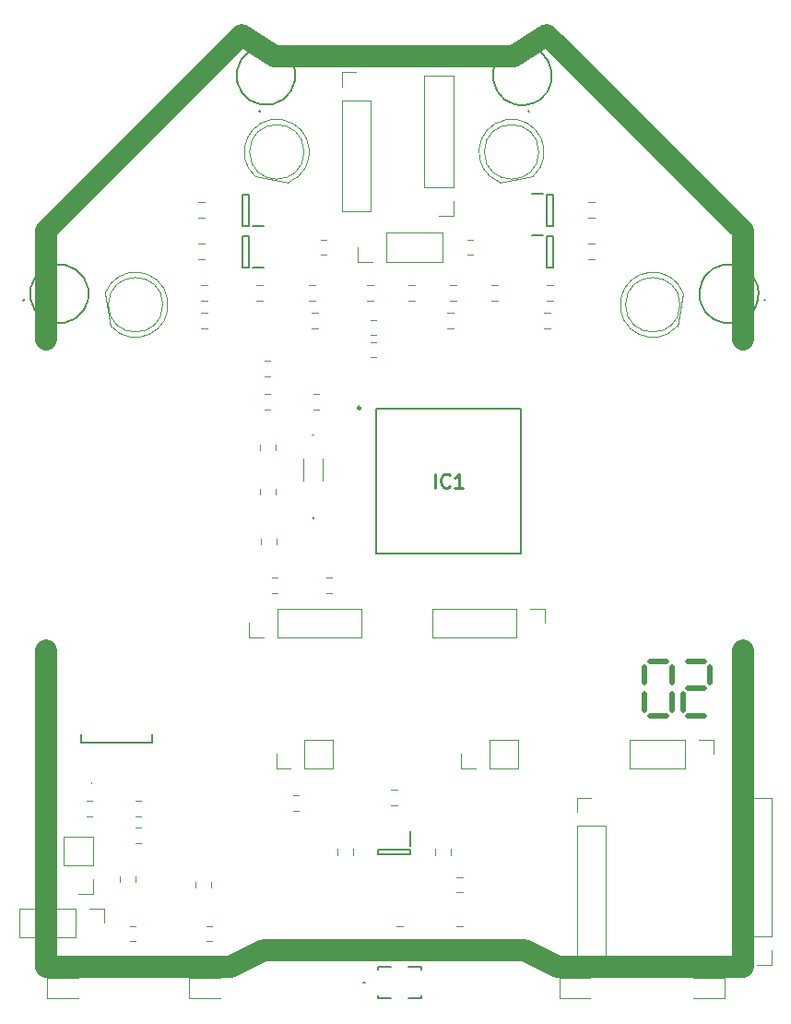
<source format=gbr>
%TF.GenerationSoftware,KiCad,Pcbnew,(5.1.6)-1*%
%TF.CreationDate,2022-04-30T17:28:47+09:00*%
%TF.ProjectId,RX621,52583632-312e-46b6-9963-61645f706362,rev?*%
%TF.SameCoordinates,Original*%
%TF.FileFunction,Legend,Top*%
%TF.FilePolarity,Positive*%
%FSLAX46Y46*%
G04 Gerber Fmt 4.6, Leading zero omitted, Abs format (unit mm)*
G04 Created by KiCad (PCBNEW (5.1.6)-1) date 2022-04-30 17:28:47*
%MOMM*%
%LPD*%
G01*
G04 APERTURE LIST*
%ADD10C,2.000000*%
%ADD11C,0.500000*%
%ADD12C,0.120000*%
%ADD13C,0.250000*%
%ADD14C,0.200000*%
%ADD15C,0.100000*%
%ADD16C,0.254000*%
G04 APERTURE END LIST*
D10*
X195000000Y-127500000D02*
X195000000Y-125500000D01*
X259000000Y-154500000D02*
X259000000Y-125500000D01*
X195000000Y-154500000D02*
X195000000Y-127500000D01*
X242000000Y-154500000D02*
X259000000Y-154500000D01*
X239000000Y-153000000D02*
X242000000Y-154500000D01*
X215000000Y-153000000D02*
X239000000Y-153000000D01*
X212000000Y-154500000D02*
X215000000Y-153000000D01*
X195000000Y-154500000D02*
X212000000Y-154500000D01*
D11*
X254000000Y-131500000D02*
X255500000Y-131500000D01*
X253500000Y-129500000D02*
X253500000Y-131000000D01*
X254000000Y-129000000D02*
X255500000Y-129000000D01*
X256000000Y-127000000D02*
X256000000Y-128500000D01*
X254000000Y-126500000D02*
X255500000Y-126500000D01*
X250500000Y-131500000D02*
X252000000Y-131500000D01*
X252500000Y-129500000D02*
X252500000Y-131000000D01*
X250000000Y-129500000D02*
X250000000Y-131000000D01*
X250500000Y-126500000D02*
X252000000Y-126500000D01*
X252500000Y-128500000D02*
X252500000Y-127000000D01*
X250000000Y-127000000D02*
X250000000Y-128500000D01*
D10*
X241000000Y-69000000D02*
X238000000Y-71000000D01*
X259000000Y-87000000D02*
X241000000Y-69000000D01*
X259000000Y-87000000D02*
X259000000Y-97000000D01*
X216000000Y-71000000D02*
X238000000Y-71000000D01*
X213000000Y-69000000D02*
X216000000Y-71000000D01*
X195000000Y-87000000D02*
X213000000Y-69000000D01*
X195000000Y-97000000D02*
X195000000Y-87000000D01*
D12*
%TO.C,R10*%
X233261252Y-147710000D02*
X232738748Y-147710000D01*
X233261252Y-146290000D02*
X232738748Y-146290000D01*
%TO.C,BAT1*%
X199330000Y-147830000D02*
X198000000Y-147830000D01*
X199330000Y-146500000D02*
X199330000Y-147830000D01*
X199330000Y-145230000D02*
X196670000Y-145230000D01*
X196670000Y-145230000D02*
X196670000Y-142630000D01*
X199330000Y-145230000D02*
X199330000Y-142630000D01*
X199330000Y-142630000D02*
X196670000Y-142630000D01*
%TO.C,C1*%
X217738748Y-140210000D02*
X218261252Y-140210000D01*
X217738748Y-138790000D02*
X218261252Y-138790000D01*
%TO.C,C2*%
X210210000Y-146738748D02*
X210210000Y-147261252D01*
X208790000Y-146738748D02*
X208790000Y-147261252D01*
%TO.C,C3*%
X232210000Y-144261252D02*
X232210000Y-143738748D01*
X230790000Y-144261252D02*
X230790000Y-143738748D01*
%TO.C,C4*%
X227261252Y-138290000D02*
X226738748Y-138290000D01*
X227261252Y-139710000D02*
X226738748Y-139710000D01*
%TO.C,C5*%
X221790000Y-144261252D02*
X221790000Y-143738748D01*
X223210000Y-144261252D02*
X223210000Y-143738748D01*
%TO.C,C6*%
X220738748Y-120210000D02*
X221261252Y-120210000D01*
X220738748Y-118790000D02*
X221261252Y-118790000D01*
%TO.C,C7*%
X201790000Y-146761252D02*
X201790000Y-146238748D01*
X203210000Y-146761252D02*
X203210000Y-146238748D01*
%TO.C,C8*%
X216261252Y-120210000D02*
X215738748Y-120210000D01*
X216261252Y-118790000D02*
X215738748Y-118790000D01*
%TO.C,C9*%
X216078000Y-106620748D02*
X216078000Y-107143252D01*
X214658000Y-106620748D02*
X214658000Y-107143252D01*
%TO.C,C10*%
X216078000Y-111207252D02*
X216078000Y-110684748D01*
X214658000Y-111207252D02*
X214658000Y-110684748D01*
%TO.C,C11*%
X199261252Y-140710000D02*
X198738748Y-140710000D01*
X199261252Y-139290000D02*
X198738748Y-139290000D01*
%TO.C,C12*%
X203238748Y-140710000D02*
X203761252Y-140710000D01*
X203238748Y-139290000D02*
X203761252Y-139290000D01*
%TO.C,C13*%
X203238748Y-141790000D02*
X203761252Y-141790000D01*
X203238748Y-143210000D02*
X203761252Y-143210000D01*
%TO.C,C14*%
X224798748Y-98599000D02*
X225321252Y-98599000D01*
X224798748Y-97179000D02*
X225321252Y-97179000D01*
%TO.C,C15*%
X214368748Y-92000000D02*
X214891252Y-92000000D01*
X214368748Y-93420000D02*
X214891252Y-93420000D01*
%TO.C,C16*%
X224528748Y-93420000D02*
X225051252Y-93420000D01*
X224528748Y-92000000D02*
X225051252Y-92000000D01*
%TO.C,C17*%
X228338748Y-92000000D02*
X228861252Y-92000000D01*
X228338748Y-93420000D02*
X228861252Y-93420000D01*
%TO.C,C18*%
X235958748Y-93420000D02*
X236481252Y-93420000D01*
X235958748Y-92000000D02*
X236481252Y-92000000D01*
%TO.C,CN1*%
X231410000Y-89830000D02*
X231410000Y-87170000D01*
X226270000Y-89830000D02*
X231410000Y-89830000D01*
X226270000Y-87170000D02*
X231410000Y-87170000D01*
X226270000Y-89830000D02*
X226270000Y-87170000D01*
X225000000Y-89830000D02*
X223670000Y-89830000D01*
X223670000Y-89830000D02*
X223670000Y-88500000D01*
%TO.C,ENC_L1*%
X213670000Y-124330000D02*
X213670000Y-123000000D01*
X215000000Y-124330000D02*
X213670000Y-124330000D01*
X216270000Y-124330000D02*
X216270000Y-121670000D01*
X216270000Y-121670000D02*
X223950000Y-121670000D01*
X216270000Y-124330000D02*
X223950000Y-124330000D01*
X223950000Y-124330000D02*
X223950000Y-121670000D01*
%TO.C,ENC_R1*%
X230550000Y-121670000D02*
X230550000Y-124330000D01*
X238230000Y-121670000D02*
X230550000Y-121670000D01*
X238230000Y-124330000D02*
X230550000Y-124330000D01*
X238230000Y-121670000D02*
X238230000Y-124330000D01*
X239500000Y-121670000D02*
X240830000Y-121670000D01*
X240830000Y-121670000D02*
X240830000Y-123000000D01*
%TO.C,G1*%
X222170000Y-72420000D02*
X223500000Y-72420000D01*
X222170000Y-73750000D02*
X222170000Y-72420000D01*
X222170000Y-75020000D02*
X224830000Y-75020000D01*
X224830000Y-75020000D02*
X224830000Y-85240000D01*
X222170000Y-75020000D02*
X222170000Y-85240000D01*
X222170000Y-85240000D02*
X224830000Y-85240000D01*
%TO.C,G2*%
X232430000Y-72760000D02*
X229770000Y-72760000D01*
X232430000Y-82980000D02*
X232430000Y-72760000D01*
X229770000Y-82980000D02*
X229770000Y-72760000D01*
X232430000Y-82980000D02*
X229770000Y-82980000D01*
X232430000Y-84250000D02*
X232430000Y-85580000D01*
X232430000Y-85580000D02*
X231100000Y-85580000D01*
D13*
%TO.C,IC1*%
X223900000Y-103250000D02*
G75*
G03*
X223900000Y-103250000I-125000J0D01*
G01*
D14*
X225350000Y-116650000D02*
X225350000Y-103350000D01*
X238650000Y-116650000D02*
X225350000Y-116650000D01*
X238650000Y-103350000D02*
X238650000Y-116650000D01*
X225350000Y-103350000D02*
X238650000Y-103350000D01*
D15*
%TO.C,IC2*%
X199200000Y-137600000D02*
X199200000Y-137600000D01*
X199200000Y-137700000D02*
X199200000Y-137700000D01*
D14*
X204770000Y-133985000D02*
X204770000Y-133200000D01*
X198230000Y-133985000D02*
X204770000Y-133985000D01*
X198230000Y-133200000D02*
X198230000Y-133985000D01*
D15*
X199200000Y-137600000D02*
G75*
G02*
X199200000Y-137700000I0J-50000D01*
G01*
X199200000Y-137700000D02*
G75*
G02*
X199200000Y-137600000I0J50000D01*
G01*
D14*
%TO.C,IC3*%
X228500000Y-142125000D02*
X228500000Y-143475000D01*
X225550000Y-143825000D02*
X228450000Y-143825000D01*
X225550000Y-144175000D02*
X225550000Y-143825000D01*
X228450000Y-144175000D02*
X225550000Y-144175000D01*
X228450000Y-143825000D02*
X228450000Y-144175000D01*
D12*
%TO.C,IR1*%
X205750706Y-93779467D02*
G75*
G03*
X205750706Y-93779467I-2500000J0D01*
G01*
X200461312Y-92702478D02*
X200997884Y-95745534D01*
X206195201Y-93259804D02*
G75*
G02*
X200997855Y-95745367I-2944495J-519663D01*
G01*
X206195361Y-93260713D02*
G75*
G03*
X200461341Y-92702646I-2944655J-518754D01*
G01*
%TO.C,IR2*%
X214254466Y-82002116D02*
X217297522Y-82538688D01*
X218720533Y-79749294D02*
G75*
G03*
X218720533Y-79749294I-2500000J0D01*
G01*
X216740196Y-76804799D02*
G75*
G03*
X214254633Y-82002145I-519663J-2944495D01*
G01*
X216739287Y-76804639D02*
G75*
G02*
X217297354Y-82538659I-518754J-2944655D01*
G01*
%TO.C,IR3*%
X240279467Y-79749294D02*
G75*
G03*
X240279467Y-79749294I-2500000J0D01*
G01*
X236702478Y-82538688D02*
X239745534Y-82002116D01*
X237259804Y-76804799D02*
G75*
G02*
X239745367Y-82002145I519663J-2944495D01*
G01*
X237260713Y-76804639D02*
G75*
G03*
X236702646Y-82538659I518754J-2944655D01*
G01*
%TO.C,IR4*%
X253002116Y-95745534D02*
X253538688Y-92702478D01*
X253249294Y-93779467D02*
G75*
G03*
X253249294Y-93779467I-2500000J0D01*
G01*
X247804799Y-93259804D02*
G75*
G03*
X253002145Y-95745367I2944495J-519663D01*
G01*
X247804639Y-93260713D02*
G75*
G02*
X253538659Y-92702646I2944655J-518754D01*
G01*
%TO.C,L1*%
X195140000Y-157460000D02*
X198000000Y-157460000D01*
X195140000Y-155540000D02*
X195140000Y-157460000D01*
X198000000Y-155540000D02*
X195140000Y-155540000D01*
%TO.C,L2*%
X211000000Y-155540000D02*
X208140000Y-155540000D01*
X208140000Y-155540000D02*
X208140000Y-157460000D01*
X208140000Y-157460000D02*
X211000000Y-157460000D01*
%TO.C,L3*%
X242165000Y-157460000D02*
X245025000Y-157460000D01*
X242165000Y-155540000D02*
X242165000Y-157460000D01*
X245025000Y-155540000D02*
X242165000Y-155540000D01*
%TO.C,L4*%
X254500000Y-157460000D02*
X257360000Y-157460000D01*
X257360000Y-157460000D02*
X257360000Y-155540000D01*
X257360000Y-155540000D02*
X254500000Y-155540000D01*
%TO.C,M_L1*%
X238370000Y-136330000D02*
X238370000Y-133670000D01*
X235770000Y-136330000D02*
X238370000Y-136330000D01*
X235770000Y-133670000D02*
X238370000Y-133670000D01*
X235770000Y-136330000D02*
X235770000Y-133670000D01*
X234500000Y-136330000D02*
X233170000Y-136330000D01*
X233170000Y-136330000D02*
X233170000Y-135000000D01*
%TO.C,M_R1*%
X216170000Y-136330000D02*
X216170000Y-135000000D01*
X217500000Y-136330000D02*
X216170000Y-136330000D01*
X218770000Y-136330000D02*
X218770000Y-133670000D01*
X218770000Y-133670000D02*
X221370000Y-133670000D01*
X218770000Y-136330000D02*
X221370000Y-136330000D01*
X221370000Y-136330000D02*
X221370000Y-133670000D01*
%TO.C,MD1*%
X243764000Y-139004000D02*
X245094000Y-139004000D01*
X243764000Y-140334000D02*
X243764000Y-139004000D01*
X243764000Y-141604000D02*
X246424000Y-141604000D01*
X246424000Y-141604000D02*
X246424000Y-154364000D01*
X243764000Y-141604000D02*
X243764000Y-154364000D01*
X243764000Y-154364000D02*
X246424000Y-154364000D01*
%TO.C,MD2*%
X261664000Y-139004000D02*
X259004000Y-139004000D01*
X261664000Y-151764000D02*
X261664000Y-139004000D01*
X259004000Y-151764000D02*
X259004000Y-139004000D01*
X261664000Y-151764000D02*
X259004000Y-151764000D01*
X261664000Y-153034000D02*
X261664000Y-154364000D01*
X261664000Y-154364000D02*
X260334000Y-154364000D01*
%TO.C,R1*%
X220238748Y-87790000D02*
X220761252Y-87790000D01*
X220238748Y-89210000D02*
X220761252Y-89210000D01*
%TO.C,R2*%
X234261252Y-89210000D02*
X233738748Y-89210000D01*
X234261252Y-87790000D02*
X233738748Y-87790000D01*
%TO.C,R3*%
X216210000Y-115761252D02*
X216210000Y-115238748D01*
X214790000Y-115761252D02*
X214790000Y-115238748D01*
%TO.C,R4*%
X220074252Y-101981000D02*
X219551748Y-101981000D01*
X220074252Y-103401000D02*
X219551748Y-103401000D01*
%TO.C,R5*%
X215629252Y-101981000D02*
X215106748Y-101981000D01*
X215629252Y-103401000D02*
X215106748Y-103401000D01*
%TO.C,R6*%
X227238748Y-150790000D02*
X227761252Y-150790000D01*
X227238748Y-152210000D02*
X227761252Y-152210000D01*
%TO.C,R7*%
X202738748Y-152210000D02*
X203261252Y-152210000D01*
X202738748Y-150790000D02*
X203261252Y-150790000D01*
%TO.C,R8*%
X209738748Y-150790000D02*
X210261252Y-150790000D01*
X209738748Y-152210000D02*
X210261252Y-152210000D01*
%TO.C,R9*%
X232738748Y-152210000D02*
X233261252Y-152210000D01*
X232738748Y-150790000D02*
X233261252Y-150790000D01*
%TO.C,R11*%
X209043748Y-89610000D02*
X209566252Y-89610000D01*
X209043748Y-88190000D02*
X209566252Y-88190000D01*
%TO.C,R12*%
X209043748Y-84380000D02*
X209566252Y-84380000D01*
X209043748Y-85800000D02*
X209566252Y-85800000D01*
%TO.C,R13*%
X245371252Y-85800000D02*
X244848748Y-85800000D01*
X245371252Y-84380000D02*
X244848748Y-84380000D01*
%TO.C,R14*%
X245371252Y-88190000D02*
X244848748Y-88190000D01*
X245371252Y-89610000D02*
X244848748Y-89610000D01*
%TO.C,R15*%
X209288748Y-92000000D02*
X209811252Y-92000000D01*
X209288748Y-93420000D02*
X209811252Y-93420000D01*
%TO.C,R16*%
X209288748Y-95960000D02*
X209811252Y-95960000D01*
X209288748Y-94540000D02*
X209811252Y-94540000D01*
%TO.C,R17*%
X219203748Y-92000000D02*
X219726252Y-92000000D01*
X219203748Y-93420000D02*
X219726252Y-93420000D01*
%TO.C,R18*%
X219448748Y-95960000D02*
X219971252Y-95960000D01*
X219448748Y-94540000D02*
X219971252Y-94540000D01*
%TO.C,R19*%
X232148748Y-92000000D02*
X232671252Y-92000000D01*
X232148748Y-93420000D02*
X232671252Y-93420000D01*
%TO.C,R20*%
X231903748Y-95960000D02*
X232426252Y-95960000D01*
X231903748Y-94540000D02*
X232426252Y-94540000D01*
%TO.C,R21*%
X241038748Y-93420000D02*
X241561252Y-93420000D01*
X241038748Y-92000000D02*
X241561252Y-92000000D01*
%TO.C,R22*%
X240793748Y-94540000D02*
X241316252Y-94540000D01*
X240793748Y-95960000D02*
X241316252Y-95960000D01*
%TO.C,R23*%
X215106748Y-98933000D02*
X215629252Y-98933000D01*
X215106748Y-100353000D02*
X215629252Y-100353000D01*
%TO.C,R24*%
X224798748Y-96567000D02*
X225321252Y-96567000D01*
X224798748Y-95147000D02*
X225321252Y-95147000D01*
D14*
%TO.C,S1*%
X192931904Y-93364661D02*
X192931904Y-93364661D01*
X193030384Y-93347296D02*
X193030384Y-93347296D01*
X192931904Y-93364661D02*
X192931904Y-93364661D01*
X198909687Y-92310617D02*
X198909687Y-92310617D01*
X193591725Y-93248317D02*
X193591725Y-93248317D01*
X198909687Y-92310617D02*
G75*
G02*
X193591725Y-93248317I-2658981J-468850D01*
G01*
X193591725Y-93248317D02*
G75*
G02*
X198909687Y-92310617I2658981J468850D01*
G01*
X193030384Y-93347297D02*
G75*
G02*
X192931904Y-93364661I-49240J-8682D01*
G01*
X192931904Y-93364662D02*
G75*
G02*
X193030384Y-93347296I49240J8683D01*
G01*
X193030384Y-93347297D02*
G75*
G02*
X192931904Y-93364661I-49240J-8682D01*
G01*
%TO.C,S2*%
X214751683Y-75408275D02*
X214751683Y-75408275D01*
X215689383Y-70090313D02*
X215689383Y-70090313D01*
X214635339Y-76068096D02*
X214635339Y-76068096D01*
X214652704Y-75969616D02*
X214652704Y-75969616D01*
X214635339Y-76068096D02*
X214635339Y-76068096D01*
X214652703Y-75969616D02*
G75*
G02*
X214635339Y-76068096I-8682J-49240D01*
G01*
X214635338Y-76068096D02*
G75*
G02*
X214652704Y-75969616I8683J49240D01*
G01*
X214652703Y-75969616D02*
G75*
G02*
X214635339Y-76068096I-8682J-49240D01*
G01*
X214751683Y-75408275D02*
G75*
G02*
X215689383Y-70090313I468850J2658981D01*
G01*
X215689383Y-70090313D02*
G75*
G02*
X214751683Y-75408275I-468850J-2658981D01*
G01*
%TO.C,S3*%
X239364661Y-76068096D02*
X239364661Y-76068096D01*
X239347296Y-75969616D02*
X239347296Y-75969616D01*
X239364661Y-76068096D02*
X239364661Y-76068096D01*
X238310617Y-70090313D02*
X238310617Y-70090313D01*
X239248317Y-75408275D02*
X239248317Y-75408275D01*
X238310617Y-70090313D02*
G75*
G02*
X239248317Y-75408275I468850J-2658981D01*
G01*
X239248317Y-75408275D02*
G75*
G02*
X238310617Y-70090313I-468850J2658981D01*
G01*
X239347297Y-75969616D02*
G75*
G02*
X239364661Y-76068096I8682J-49240D01*
G01*
X239364662Y-76068096D02*
G75*
G02*
X239347296Y-75969616I-8683J49240D01*
G01*
X239347297Y-75969616D02*
G75*
G02*
X239364661Y-76068096I8682J-49240D01*
G01*
%TO.C,S4*%
X260408275Y-93248317D02*
X260408275Y-93248317D01*
X255090313Y-92310617D02*
X255090313Y-92310617D01*
X261068096Y-93364661D02*
X261068096Y-93364661D01*
X260969616Y-93347296D02*
X260969616Y-93347296D01*
X261068096Y-93364661D02*
X261068096Y-93364661D01*
X260969616Y-93347297D02*
G75*
G02*
X261068096Y-93364661I49240J-8682D01*
G01*
X261068096Y-93364662D02*
G75*
G02*
X260969616Y-93347296I-49240J8683D01*
G01*
X260969616Y-93347297D02*
G75*
G02*
X261068096Y-93364661I49240J-8682D01*
G01*
X260408275Y-93248317D02*
G75*
G02*
X255090313Y-92310617I-2658981J468850D01*
G01*
X255090313Y-92310617D02*
G75*
G02*
X260408275Y-93248317I2658981J-468850D01*
G01*
D12*
%TO.C,SW1*%
X256330000Y-133670000D02*
X256330000Y-135000000D01*
X255000000Y-133670000D02*
X256330000Y-133670000D01*
X253730000Y-133670000D02*
X253730000Y-136330000D01*
X253730000Y-136330000D02*
X248590000Y-136330000D01*
X253730000Y-133670000D02*
X248590000Y-133670000D01*
X248590000Y-133670000D02*
X248590000Y-136330000D01*
D14*
%TO.C,SW3*%
X224200000Y-156000000D02*
X224200000Y-156000000D01*
X224300000Y-156000000D02*
X224300000Y-156000000D01*
X224200000Y-156000000D02*
X224200000Y-156000000D01*
X225550000Y-157450000D02*
X226700000Y-157450000D01*
X225550000Y-157200000D02*
X225550000Y-157450000D01*
X229450000Y-157450000D02*
X228300000Y-157450000D01*
X229450000Y-157200000D02*
X229450000Y-157450000D01*
X229450000Y-154550000D02*
X229450000Y-154800000D01*
X228300000Y-154550000D02*
X229450000Y-154550000D01*
X225550000Y-154550000D02*
X226700000Y-154550000D01*
X225550000Y-154800000D02*
X225550000Y-154550000D01*
X224300000Y-156000000D02*
G75*
G02*
X224200000Y-156000000I-50000J0D01*
G01*
X224200000Y-156000000D02*
G75*
G02*
X224300000Y-156000000I50000J0D01*
G01*
X224300000Y-156000000D02*
G75*
G02*
X224200000Y-156000000I-50000J0D01*
G01*
D12*
%TO.C,SW4*%
X200330000Y-149170000D02*
X200330000Y-150500000D01*
X199000000Y-149170000D02*
X200330000Y-149170000D01*
X197730000Y-149170000D02*
X197730000Y-151830000D01*
X197730000Y-151830000D02*
X192590000Y-151830000D01*
X197730000Y-149170000D02*
X192590000Y-149170000D01*
X192590000Y-149170000D02*
X192590000Y-151830000D01*
D14*
%TO.C,TR1*%
X215010000Y-90400000D02*
X214010000Y-90400000D01*
X213660000Y-87450000D02*
X213660000Y-90350000D01*
X213060000Y-87450000D02*
X213660000Y-87450000D01*
X213060000Y-90350000D02*
X213060000Y-87450000D01*
X213660000Y-90350000D02*
X213060000Y-90350000D01*
%TO.C,TR2*%
X213660000Y-86540000D02*
X213060000Y-86540000D01*
X213060000Y-86540000D02*
X213060000Y-83640000D01*
X213060000Y-83640000D02*
X213660000Y-83640000D01*
X213660000Y-83640000D02*
X213660000Y-86540000D01*
X215010000Y-86590000D02*
X214010000Y-86590000D01*
%TO.C,TR3*%
X241000000Y-83640000D02*
X241600000Y-83640000D01*
X241600000Y-83640000D02*
X241600000Y-86540000D01*
X241600000Y-86540000D02*
X241000000Y-86540000D01*
X241000000Y-86540000D02*
X241000000Y-83640000D01*
X239650000Y-83590000D02*
X240650000Y-83590000D01*
%TO.C,TR4*%
X239650000Y-87400000D02*
X240650000Y-87400000D01*
X241000000Y-90350000D02*
X241000000Y-87450000D01*
X241600000Y-90350000D02*
X241000000Y-90350000D01*
X241600000Y-87450000D02*
X241600000Y-90350000D01*
X241000000Y-87450000D02*
X241600000Y-87450000D01*
D15*
%TO.C,X1*%
X218659000Y-107914000D02*
X218659000Y-109914000D01*
X220459000Y-107914000D02*
X220459000Y-109914000D01*
X219459000Y-105714000D02*
X219459000Y-105714000D01*
X219559000Y-105714000D02*
X219559000Y-105714000D01*
X219459000Y-105714000D02*
G75*
G02*
X219559000Y-105714000I50000J0D01*
G01*
X219559000Y-105714000D02*
G75*
G02*
X219459000Y-105714000I-50000J0D01*
G01*
D14*
%TO.C,X2*%
X219559000Y-113291000D02*
X219559000Y-113291000D01*
X219559000Y-113391000D02*
X219559000Y-113391000D01*
X219559000Y-113291000D02*
X219559000Y-113291000D01*
X219559000Y-113391000D02*
G75*
G02*
X219559000Y-113291000I0J50000D01*
G01*
X219559000Y-113291000D02*
G75*
G02*
X219559000Y-113391000I0J-50000D01*
G01*
X219559000Y-113391000D02*
G75*
G02*
X219559000Y-113291000I0J50000D01*
G01*
%TO.C,IC1*%
D16*
X230760238Y-110574523D02*
X230760238Y-109304523D01*
X232090714Y-110453571D02*
X232030238Y-110514047D01*
X231848809Y-110574523D01*
X231727857Y-110574523D01*
X231546428Y-110514047D01*
X231425476Y-110393095D01*
X231365000Y-110272142D01*
X231304523Y-110030238D01*
X231304523Y-109848809D01*
X231365000Y-109606904D01*
X231425476Y-109485952D01*
X231546428Y-109365000D01*
X231727857Y-109304523D01*
X231848809Y-109304523D01*
X232030238Y-109365000D01*
X232090714Y-109425476D01*
X233300238Y-110574523D02*
X232574523Y-110574523D01*
X232937380Y-110574523D02*
X232937380Y-109304523D01*
X232816428Y-109485952D01*
X232695476Y-109606904D01*
X232574523Y-109667380D01*
%TD*%
M02*

</source>
